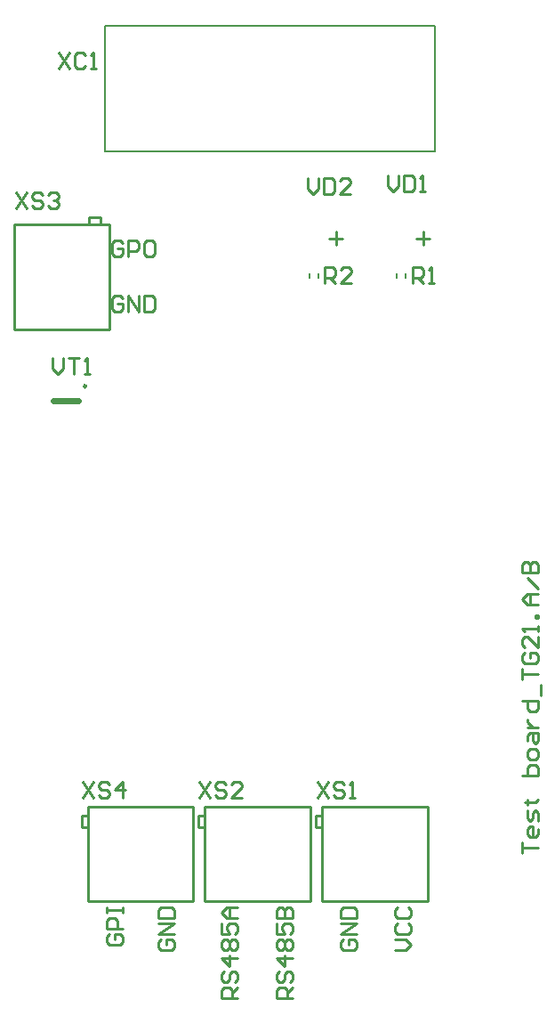
<source format=gto>
%FSLAX44Y44*%
%MOMM*%
G71*
G01*
G75*
G04 Layer_Color=65535*
%ADD10R,1.0000X0.9000*%
%ADD11O,0.9000X1.2000*%
%ADD12C,0.5000*%
%ADD13C,2.5000*%
%ADD14C,1.5240*%
%ADD15C,4.0000*%
G04:AMPARAMS|DCode=16|XSize=1.6mm|YSize=1.6mm|CornerRadius=0.4mm|HoleSize=0mm|Usage=FLASHONLY|Rotation=0.000|XOffset=0mm|YOffset=0mm|HoleType=Round|Shape=RoundedRectangle|*
%AMROUNDEDRECTD16*
21,1,1.6000,0.8000,0,0,0.0*
21,1,0.8000,1.6000,0,0,0.0*
1,1,0.8000,0.4000,-0.4000*
1,1,0.8000,-0.4000,-0.4000*
1,1,0.8000,-0.4000,0.4000*
1,1,0.8000,0.4000,0.4000*
%
%ADD16ROUNDEDRECTD16*%
%ADD17C,1.6000*%
G04:AMPARAMS|DCode=18|XSize=1.6mm|YSize=1.6mm|CornerRadius=0.4mm|HoleSize=0mm|Usage=FLASHONLY|Rotation=270.000|XOffset=0mm|YOffset=0mm|HoleType=Round|Shape=RoundedRectangle|*
%AMROUNDEDRECTD18*
21,1,1.6000,0.8000,0,0,270.0*
21,1,0.8000,1.6000,0,0,270.0*
1,1,0.8000,-0.4000,-0.4000*
1,1,0.8000,-0.4000,0.4000*
1,1,0.8000,0.4000,0.4000*
1,1,0.8000,0.4000,-0.4000*
%
%ADD18ROUNDEDRECTD18*%
%ADD19C,0.2500*%
%ADD20C,0.2000*%
%ADD21C,0.2540*%
%ADD22C,0.6000*%
D19*
X95250Y592000D02*
G03*
X95250Y592000I-1250J0D01*
G01*
X313750Y184000D02*
X320000D01*
X313750Y172500D02*
Y184000D01*
Y172500D02*
X320000D01*
X201750Y184000D02*
X208000D01*
X201750Y172500D02*
Y184000D01*
Y172500D02*
X208000D01*
X90750Y184000D02*
X97000D01*
X90750Y172500D02*
Y184000D01*
Y172500D02*
X97000D01*
X109000Y746000D02*
Y752250D01*
X97500D02*
X109000D01*
X97500Y746000D02*
Y752250D01*
D20*
X113000Y815000D02*
Y935000D01*
X427000Y815000D02*
Y935000D01*
X113000Y815000D02*
X427000D01*
X113000Y935000D02*
X427000D01*
X316000Y695000D02*
Y699000D01*
X308000Y695000D02*
Y699000D01*
X391000Y695000D02*
Y699000D01*
X399000Y695000D02*
Y699000D01*
D21*
X415800Y726700D02*
Y738700D01*
X409800Y732700D02*
X421800D01*
X320000Y102000D02*
Y192000D01*
X420250Y192000D01*
Y102000D02*
Y192000D01*
X320000Y102000D02*
X420250D01*
X208000D02*
Y192000D01*
X308250Y192000D01*
Y102000D02*
Y192000D01*
X208000Y102000D02*
X308250D01*
X97000D02*
Y192000D01*
X197250Y192000D01*
Y102000D02*
Y192000D01*
X97000Y102000D02*
X197250D01*
X27000Y746000D02*
X117000D01*
Y645750D02*
Y746000D01*
X27000Y645750D02*
X117000D01*
X27000D02*
Y746000D01*
X332800Y726700D02*
Y738700D01*
X326800Y732700D02*
X338800D01*
X69000Y909235D02*
X79157Y894000D01*
Y909235D02*
X69000Y894000D01*
X94392Y906696D02*
X91853Y909235D01*
X86774D01*
X84235Y906696D01*
Y896539D01*
X86774Y894000D01*
X91853D01*
X94392Y896539D01*
X99470Y894000D02*
X104549D01*
X102009D01*
Y909235D01*
X99470Y906696D01*
X509765Y148000D02*
Y158157D01*
Y153078D01*
X525000D01*
Y170853D02*
Y165774D01*
X522461Y163235D01*
X517383D01*
X514843Y165774D01*
Y170853D01*
X517383Y173392D01*
X519922D01*
Y163235D01*
X525000Y178470D02*
Y186088D01*
X522461Y188627D01*
X519922Y186088D01*
Y181009D01*
X517383Y178470D01*
X514843Y181009D01*
Y188627D01*
X512304Y196244D02*
X514843D01*
Y193705D01*
Y198784D01*
Y196244D01*
X522461D01*
X525000Y198784D01*
X509765Y221636D02*
X525000D01*
Y229254D01*
X522461Y231793D01*
X519922D01*
X517383D01*
X514843Y229254D01*
Y221636D01*
X525000Y239410D02*
Y244489D01*
X522461Y247028D01*
X517383D01*
X514843Y244489D01*
Y239410D01*
X517383Y236871D01*
X522461D01*
X525000Y239410D01*
X514843Y254646D02*
Y259724D01*
X517383Y262263D01*
X525000D01*
Y254646D01*
X522461Y252106D01*
X519922Y254646D01*
Y262263D01*
X514843Y267341D02*
X525000D01*
X519922D01*
X517383Y269881D01*
X514843Y272420D01*
Y274959D01*
X509765Y292733D02*
X525000D01*
Y285116D01*
X522461Y282577D01*
X517383D01*
X514843Y285116D01*
Y292733D01*
X527539Y297812D02*
Y307968D01*
X509765Y313047D02*
Y323203D01*
Y318125D01*
X525000D01*
X512304Y338438D02*
X509765Y335899D01*
Y330821D01*
X512304Y328282D01*
X522461D01*
X525000Y330821D01*
Y335899D01*
X522461Y338438D01*
X517383D01*
Y333360D01*
X525000Y353674D02*
Y343517D01*
X514843Y353674D01*
X512304D01*
X509765Y351134D01*
Y346056D01*
X512304Y343517D01*
X525000Y358752D02*
Y363830D01*
Y361291D01*
X509765D01*
X512304Y358752D01*
X525000Y371448D02*
X522461D01*
Y373987D01*
X525000D01*
Y371448D01*
Y384144D02*
X514843D01*
X509765Y389222D01*
X514843Y394300D01*
X525000D01*
X517383D01*
Y384144D01*
X525000Y399379D02*
X514843Y409535D01*
X509765Y414614D02*
X525000D01*
Y422231D01*
X522461Y424771D01*
X519922D01*
X517383Y422231D01*
Y414614D01*
Y422231D01*
X514843Y424771D01*
X512304D01*
X509765Y422231D01*
Y414614D01*
X322000Y690000D02*
Y705235D01*
X329618D01*
X332157Y702696D01*
Y697617D01*
X329618Y695078D01*
X322000D01*
X327078D02*
X332157Y690000D01*
X347392D02*
X337235D01*
X347392Y700157D01*
Y702696D01*
X344853Y705235D01*
X339774D01*
X337235Y702696D01*
X406000Y690000D02*
Y705235D01*
X413618D01*
X416157Y702696D01*
Y697617D01*
X413618Y695078D01*
X406000D01*
X411078D02*
X416157Y690000D01*
X421235D02*
X426313D01*
X423774D01*
Y705235D01*
X421235Y702696D01*
X382016Y792729D02*
Y782572D01*
X387094Y777494D01*
X392173Y782572D01*
Y792729D01*
X397251D02*
Y777494D01*
X404869D01*
X407408Y780033D01*
Y790190D01*
X404869Y792729D01*
X397251D01*
X412486Y777494D02*
X417565D01*
X415025D01*
Y792729D01*
X412486Y790190D01*
X130157Y675696D02*
X127618Y678235D01*
X122539D01*
X120000Y675696D01*
Y665539D01*
X122539Y663000D01*
X127618D01*
X130157Y665539D01*
Y670618D01*
X125078D01*
X135235Y663000D02*
Y678235D01*
X145392Y663000D01*
Y678235D01*
X150470D02*
Y663000D01*
X158088D01*
X160627Y665539D01*
Y675696D01*
X158088Y678235D01*
X150470D01*
X130157Y727696D02*
X127618Y730235D01*
X122539D01*
X120000Y727696D01*
Y717539D01*
X122539Y715000D01*
X127618D01*
X130157Y717539D01*
Y722617D01*
X125078D01*
X135235Y715000D02*
Y730235D01*
X142853D01*
X145392Y727696D01*
Y722617D01*
X142853Y720078D01*
X135235D01*
X158088Y730235D02*
X153009D01*
X150470Y727696D01*
Y717539D01*
X153009Y715000D01*
X158088D01*
X160627Y717539D01*
Y727696D01*
X158088Y730235D01*
X117304Y71157D02*
X114765Y68618D01*
Y63539D01*
X117304Y61000D01*
X127461D01*
X130000Y63539D01*
Y68618D01*
X127461Y71157D01*
X122382D01*
Y66078D01*
X130000Y76235D02*
X114765D01*
Y83853D01*
X117304Y86392D01*
X122382D01*
X124922Y83853D01*
Y76235D01*
X114765Y91470D02*
Y96549D01*
Y94009D01*
X130000D01*
Y91470D01*
Y96549D01*
X239000Y10000D02*
X223765D01*
Y17617D01*
X226304Y20157D01*
X231383D01*
X233922Y17617D01*
Y10000D01*
Y15078D02*
X239000Y20157D01*
X226304Y35392D02*
X223765Y32853D01*
Y27774D01*
X226304Y25235D01*
X228843D01*
X231383Y27774D01*
Y32853D01*
X233922Y35392D01*
X236461D01*
X239000Y32853D01*
Y27774D01*
X236461Y25235D01*
X239000Y48088D02*
X223765D01*
X231383Y40470D01*
Y50627D01*
X226304Y55705D02*
X223765Y58244D01*
Y63323D01*
X226304Y65862D01*
X228843D01*
X231383Y63323D01*
X233922Y65862D01*
X236461D01*
X239000Y63323D01*
Y58244D01*
X236461Y55705D01*
X233922D01*
X231383Y58244D01*
X228843Y55705D01*
X226304D01*
X231383Y58244D02*
Y63323D01*
X223765Y81097D02*
Y70940D01*
X231383D01*
X228843Y76019D01*
Y78558D01*
X231383Y81097D01*
X236461D01*
X239000Y78558D01*
Y73479D01*
X236461Y70940D01*
X239000Y86175D02*
X228843D01*
X223765Y91254D01*
X228843Y96332D01*
X239000D01*
X231383D01*
Y86175D01*
X292000Y10000D02*
X276765D01*
Y17617D01*
X279304Y20157D01*
X284382D01*
X286922Y17617D01*
Y10000D01*
Y15078D02*
X292000Y20157D01*
X279304Y35392D02*
X276765Y32853D01*
Y27774D01*
X279304Y25235D01*
X281843D01*
X284382Y27774D01*
Y32853D01*
X286922Y35392D01*
X289461D01*
X292000Y32853D01*
Y27774D01*
X289461Y25235D01*
X292000Y48088D02*
X276765D01*
X284382Y40470D01*
Y50627D01*
X279304Y55705D02*
X276765Y58244D01*
Y63323D01*
X279304Y65862D01*
X281843D01*
X284382Y63323D01*
X286922Y65862D01*
X289461D01*
X292000Y63323D01*
Y58244D01*
X289461Y55705D01*
X286922D01*
X284382Y58244D01*
X281843Y55705D01*
X279304D01*
X284382Y58244D02*
Y63323D01*
X276765Y81097D02*
Y70940D01*
X284382D01*
X281843Y76019D01*
Y78558D01*
X284382Y81097D01*
X289461D01*
X292000Y78558D01*
Y73479D01*
X289461Y70940D01*
X276765Y86175D02*
X292000D01*
Y93793D01*
X289461Y96332D01*
X286922D01*
X284382Y93793D01*
Y86175D01*
Y93793D01*
X281843Y96332D01*
X279304D01*
X276765Y93793D01*
Y86175D01*
X340304Y66157D02*
X337765Y63618D01*
Y58539D01*
X340304Y56000D01*
X350461D01*
X353000Y58539D01*
Y63618D01*
X350461Y66157D01*
X345382D01*
Y61078D01*
X353000Y71235D02*
X337765D01*
X353000Y81392D01*
X337765D01*
Y86470D02*
X353000D01*
Y94088D01*
X350461Y96627D01*
X340304D01*
X337765Y94088D01*
Y86470D01*
X388765Y56000D02*
X398922D01*
X404000Y61078D01*
X398922Y66157D01*
X388765D01*
X391304Y81392D02*
X388765Y78853D01*
Y73774D01*
X391304Y71235D01*
X401461D01*
X404000Y73774D01*
Y78853D01*
X401461Y81392D01*
X391304Y96627D02*
X388765Y94088D01*
Y89009D01*
X391304Y86470D01*
X401461D01*
X404000Y89009D01*
Y94088D01*
X401461Y96627D01*
X166304Y66157D02*
X163765Y63618D01*
Y58539D01*
X166304Y56000D01*
X176461D01*
X179000Y58539D01*
Y63618D01*
X176461Y66157D01*
X171383D01*
Y61078D01*
X179000Y71235D02*
X163765D01*
X179000Y81392D01*
X163765D01*
Y86470D02*
X179000D01*
Y94088D01*
X176461Y96627D01*
X166304D01*
X163765Y94088D01*
Y86470D01*
X315142Y216135D02*
X325299Y200900D01*
Y216135D02*
X315142Y200900D01*
X340534Y213596D02*
X337995Y216135D01*
X332916D01*
X330377Y213596D01*
Y211057D01*
X332916Y208518D01*
X337995D01*
X340534Y205979D01*
Y203439D01*
X337995Y200900D01*
X332916D01*
X330377Y203439D01*
X345612Y200900D02*
X350691D01*
X348152D01*
Y216135D01*
X345612Y213596D01*
X202956Y216119D02*
X213113Y200884D01*
Y216119D02*
X202956Y200884D01*
X228348Y213580D02*
X225809Y216119D01*
X220730D01*
X218191Y213580D01*
Y211041D01*
X220730Y208502D01*
X225809D01*
X228348Y205963D01*
Y203423D01*
X225809Y200884D01*
X220730D01*
X218191Y203423D01*
X243583Y200884D02*
X233426D01*
X243583Y211041D01*
Y213580D01*
X241044Y216119D01*
X235965D01*
X233426Y213580D01*
X91944Y216071D02*
X102101Y200836D01*
Y216071D02*
X91944Y200836D01*
X117336Y213532D02*
X114797Y216071D01*
X109718D01*
X107179Y213532D01*
Y210993D01*
X109718Y208454D01*
X114797D01*
X117336Y205914D01*
Y203375D01*
X114797Y200836D01*
X109718D01*
X107179Y203375D01*
X130032Y200836D02*
Y216071D01*
X122414Y208454D01*
X132571D01*
X63030Y618495D02*
Y608339D01*
X68109Y603260D01*
X73187Y608339D01*
Y618495D01*
X78265D02*
X88422D01*
X83343D01*
Y603260D01*
X93500D02*
X98579D01*
X96039D01*
Y618495D01*
X93500Y615956D01*
X28210Y776279D02*
X38367Y761044D01*
Y776279D02*
X28210Y761044D01*
X53602Y773740D02*
X51063Y776279D01*
X45984D01*
X43445Y773740D01*
Y771201D01*
X45984Y768662D01*
X51063D01*
X53602Y766123D01*
Y763583D01*
X51063Y761044D01*
X45984D01*
X43445Y763583D01*
X58680Y773740D02*
X61220Y776279D01*
X66298D01*
X68837Y773740D01*
Y771201D01*
X66298Y768662D01*
X63759D01*
X66298D01*
X68837Y766123D01*
Y763583D01*
X66298Y761044D01*
X61220D01*
X58680Y763583D01*
X305816Y789935D02*
Y779779D01*
X310895Y774700D01*
X315973Y779779D01*
Y789935D01*
X321051D02*
Y774700D01*
X328669D01*
X331208Y777239D01*
Y787396D01*
X328669Y789935D01*
X321051D01*
X346443Y774700D02*
X336286D01*
X346443Y784857D01*
Y787396D01*
X343904Y789935D01*
X338825D01*
X336286Y787396D01*
D22*
X64000Y578000D02*
X88000D01*
M02*

</source>
